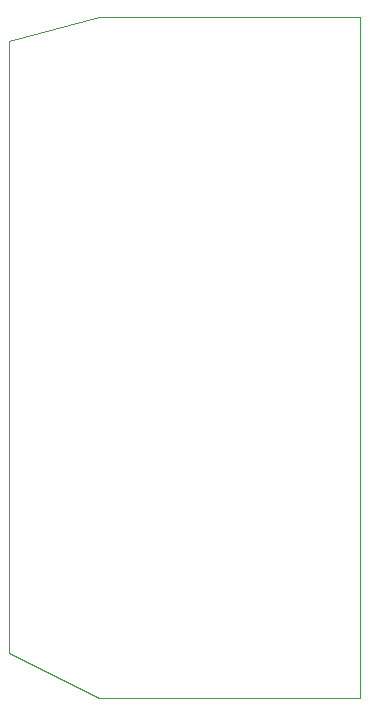
<source format=gm1>
G04 #@! TF.GenerationSoftware,KiCad,Pcbnew,(6.0.0)*
G04 #@! TF.CreationDate,2023-01-29T20:40:06-05:00*
G04 #@! TF.ProjectId,tms7000 64 pin narrow adapter,746d7337-3030-4302-9036-342070696e20,rev?*
G04 #@! TF.SameCoordinates,Original*
G04 #@! TF.FileFunction,Profile,NP*
%FSLAX46Y46*%
G04 Gerber Fmt 4.6, Leading zero omitted, Abs format (unit mm)*
G04 Created by KiCad (PCBNEW (6.0.0)) date 2023-01-29 20:40:06*
%MOMM*%
%LPD*%
G01*
G04 APERTURE LIST*
G04 #@! TA.AperFunction,Profile*
%ADD10C,0.100000*%
G04 #@! TD*
G04 APERTURE END LIST*
D10*
X121920000Y-49022000D02*
X144018000Y-49022000D01*
X114300000Y-102870000D02*
X114300000Y-51054000D01*
X144018000Y-106680000D02*
X121920000Y-106680000D01*
X114300000Y-51054000D02*
X121920000Y-49022000D01*
X121920000Y-106680000D02*
X114300000Y-102870000D01*
X144018000Y-49022000D02*
X144018000Y-106680000D01*
M02*

</source>
